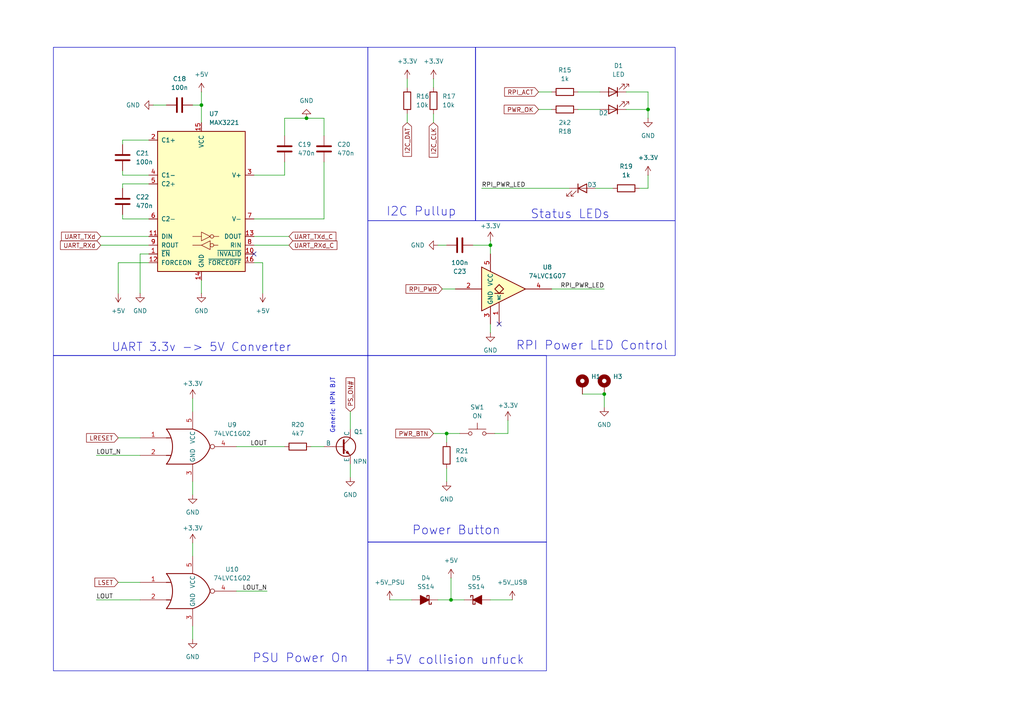
<source format=kicad_sch>
(kicad_sch (version 20231120) (generator "eeschema") (generator_version "8.0")
  (paper "A4")
  (title_block (title "JBOD RPi CM4 Control Board - Misc circuitry") (date "2024-10-05") (rev "1") (company "N3ttX"))
  (lib_symbols
    (symbol "74xGxx:74LVC1G02"
      (property "Reference" "U" (at -5.08 7.62 0))
      (property "Value" "74LVC1G02" (at 7.62 -7.62 0))
      (symbol "74LVC1G02_0_1"
        (arc (start -7.62 -5.08) (mid -5.838 0) (end -7.62 5.08) (stroke (width 0.254)))
        (arc (start 0 -5.08) (mid 3.1986 -3.2054) (end 5.08 0) (stroke (width 0.254)))
        (polyline (pts (xy -7.62 -2.54) (xy -6.35 -2.54)) (stroke (width 0.254)) (fill (type background)))
        (polyline (pts (xy -7.62 2.54) (xy -6.35 2.54)) (stroke (width 0.254)) (fill (type background)))
        (polyline (pts (xy 0 -5.08) (xy -7.62 -5.08)) (stroke (width 0.254)) (fill (type background)))
        (polyline (pts (xy 0 5.08) (xy -7.62 5.08)) (stroke (width 0.254)) (fill (type background)))
        (arc (start 5.08 0) (mid 3.2238 3.2304) (end 0 5.08) (stroke (width 0.254)))
      )
      (symbol "74LVC1G02_1_1"
        (pin input line (at -15.24 2.54 0) (length 7.62) (name "~") (number "1"))
        (pin input line (at -15.24 -2.54 0) (length 7.62) (name "~") (number "2"))
        (pin power_in line (at 0 -10.16 90) (length 5.08) (name "GND") (number "3"))
        (pin output inverted (at 12.7 0 180) (length 7.62) (name "~") (number "4"))
        (pin power_in line (at 0 10.16 270) (length 5.08) (name "VCC") (number "5"))
      )
    )
    (symbol "74xGxx:74LVC1G07"
      (property "Reference" "U" (at 0 7.62 0))
      (property "Value" "74LVC1G07" (at 3.81 -7.62 0))
      (symbol "74LVC1G07_0_1"
        (polyline (pts (xy -3.81 -1.27) (xy -1.27 -1.27)) (stroke (width 0.254)) (fill (type background)))
        (polyline (pts (xy -7.62 6.35) (xy -7.62 -6.35) (xy 5.08 0) (xy -7.62 6.35)) (stroke (width 0.254)) (fill (type background)))
        (polyline (pts (xy -2.54 1.27) (xy -3.81 0) (xy -2.54 -1.27) (xy -1.27 0) (xy -2.54 1.27)) (stroke (width 0.254)) (fill (type background)))
      )
      (symbol "74LVC1G07_1_1"
        (pin free line (at -2.54 -10.16 90) (length 6.35) (name "NC") (number "1"))
        (pin input line (at -15.24 0 0) (length 7.62) (name "~") (number "2"))
        (pin power_in line (at -5.08 -10.16 90) (length 5.08) (name "GND") (number "3"))
        (pin open_collector line (at 12.7 0 180) (length 7.62) (name "~") (number "4"))
        (pin power_in line (at -5.08 10.16 270) (length 5.08) (name "VCC") (number "5"))
      )
    )
    (symbol "Device1:R" (pin_numbers hide) (pin_names (offset 0))
      (property "Reference" "R" (at 2.032 0 90))
      (property "Value" "R" (at 0 0 90))
      (symbol "R_0_1"
        (rectangle (start -1.016 -2.54) (end 1.016 2.54) (stroke (width 0.254)))
      )
      (symbol "R_1_1"
        (pin passive line (at 0 3.81 270) (length 1.27) (name "~") (number "1"))
        (pin passive line (at 0 -3.81 90) (length 1.27) (name "~") (number "2"))
      )
    )
    (symbol "Device:C" (pin_numbers hide) (pin_names (offset 0.254))
      (property "Reference" "C" (at 0.635 2.54 0))
      (property "Value" "C" (at 0.635 -2.54 0))
      (symbol "C_0_1"
        (polyline (pts (xy -2.032 -0.762) (xy 2.032 -0.762)) (stroke (width 0.508)))
        (polyline (pts (xy -2.032 0.762) (xy 2.032 0.762)) (stroke (width 0.508)))
      )
      (symbol "C_1_1"
        (pin passive line (at 0 3.81 270) (length 2.794) (name "~") (number "1"))
        (pin passive line (at 0 -3.81 90) (length 2.794) (name "~") (number "2"))
      )
    )
    (symbol "Device:LED" (pin_numbers hide) (pin_names (offset 1.016) hide)
      (property "Reference" "D" (at 0 2.54 0))
      (property "Value" "LED" (at 0 -2.54 0))
      (symbol "LED_0_1"
        (polyline (pts (xy -1.27 -1.27) (xy -1.27 1.27)) (stroke (width 0.254)))
        (polyline (pts (xy -1.27 0) (xy 1.27 0)))
        (polyline (pts (xy 1.27 -1.27) (xy 1.27 1.27) (xy -1.27 0) (xy 1.27 -1.27)) (stroke (width 0.254)))
        (polyline (pts (xy -3.048 -0.762) (xy -4.572 -2.286) (xy -3.81 -2.286) (xy -4.572 -2.286) (xy -4.572 -1.524)))
        (polyline (pts (xy -1.778 -0.762) (xy -3.302 -2.286) (xy -2.54 -2.286) (xy -3.302 -2.286) (xy -3.302 -1.524)))
      )
      (symbol "LED_1_1"
        (pin passive line (at -3.81 0 0) (length 2.54) (name "K") (number "1"))
        (pin passive line (at 3.81 0 180) (length 2.54) (name "A") (number "2"))
      )
    )
    (symbol "Interface_UART:MAX3221" (pin_names (offset 1.016))
      (property "Reference" "U" (at -10.16 21.59 0))
      (property "Value" "MAX3221" (at 12.7 21.59 0))
      (symbol "MAX3221_0_1"
        (rectangle (start -12.7 -20.32) (end 12.7 20.32) (stroke (width 0.254)) (fill (type background)))
        (polyline (pts (xy -2.54 -12.7) (xy 0 -12.7) (xy 0 -12.7)))
        (polyline (pts (xy -2.54 -10.16) (xy 0 -10.16) (xy 0 -10.16)))
        (polyline (pts (xy 3.556 -12.7) (xy 4.826 -12.7) (xy 4.826 -12.7)))
        (polyline (pts (xy 3.556 -10.16) (xy 5.08 -10.16) (xy 5.08 -10.16)))
        (polyline (pts (xy 2.54 -11.43) (xy 2.54 -13.97) (xy 0 -12.7) (xy 2.54 -11.43) (xy 2.54 -11.43)))
        (polyline (pts (xy 0 -11.43) (xy 0 -8.89) (xy 2.54 -10.16) (xy 0 -11.43) (xy 0 -11.43) (xy 0 -11.43)))
        (circle (center 3.048 -12.7) (radius 0.508))
        (circle (center 3.048 -10.16) (radius 0.508))
      )
      (symbol "MAX3221_1_1"
        (pin input line (at -15.24 -15.24 0) (length 2.54) (name "~{EN}") (number "1"))
        (pin output line (at 15.24 -15.24 180) (length 2.54) (name "~{INVALID}") (number "10"))
        (pin input line (at -15.24 -10.16 0) (length 2.54) (name "DIN") (number "11"))
        (pin input line (at -15.24 -17.78 0) (length 2.54) (name "FORCEON") (number "12"))
        (pin output line (at 15.24 -10.16 180) (length 2.54) (name "DOUT") (number "13"))
        (pin power_in line (at 0 -22.86 90) (length 2.54) (name "GND") (number "14"))
        (pin power_in line (at 0 22.86 270) (length 2.54) (name "VCC") (number "15"))
        (pin input line (at 15.24 -17.78 180) (length 2.54) (name "~{FORCEOFF}") (number "16"))
        (pin passive line (at -15.24 17.78 0) (length 2.54) (name "C1+") (number "2"))
        (pin power_out line (at 15.24 7.62 180) (length 2.54) (name "V+") (number "3"))
        (pin passive line (at -15.24 7.62 0) (length 2.54) (name "C1-") (number "4"))
        (pin passive line (at -15.24 5.08 0) (length 2.54) (name "C2+") (number "5"))
        (pin passive line (at -15.24 -5.08 0) (length 2.54) (name "C2-") (number "6"))
        (pin power_out line (at 15.24 -5.08 180) (length 2.54) (name "V-") (number "7"))
        (pin input line (at 15.24 -12.7 180) (length 2.54) (name "RIN") (number "8"))
        (pin output line (at -15.24 -12.7 0) (length 2.54) (name "ROUT") (number "9"))
      )
    )
    (symbol "Mechanical:MountingHole_Pad" (pin_numbers hide) (pin_names (offset 1.016) hide) (exclude_from_sim yes) (in_bom no)
      (property "Reference" "H" (at 0 6.35 0))
      (property "Value" "MountingHole_Pad" (at 0 4.445 0))
      (symbol "MountingHole_Pad_0_1"
        (circle (center 0 1.27) (radius 1.27) (stroke (width 1.27)))
      )
      (symbol "MountingHole_Pad_1_1"
        (pin input line (at 0 -2.54 90) (length 2.54) (name "1") (number "1"))
      )
    )
    (symbol "PCM_Diode_Schottky_AKL:D_Schottky_Generic" (pin_numbers hide) (pin_names (offset 1.016) hide)
      (property "Reference" "D" (at 0 7.62 0))
      (property "Value" "D_Schottky_Generic" (at 0 5.08 0))
      (symbol "D_Schottky_Generic_0_1"
        (polyline (pts (xy -1.27 0) (xy 1.27 0)))
        (polyline (pts (xy -1.27 -1.27) (xy -1.27 1.27) (xy 1.27 0) (xy -1.27 -1.27)) (stroke (width 0.254)) (fill (type outline)))
        (polyline (pts (xy 1.905 -0.762) (xy 1.905 -1.27) (xy 1.27 -1.27) (xy 1.27 1.27) (xy 0.635 1.27) (xy 0.635 0.762)) (stroke (width 0.254)))
      )
      (symbol "D_Schottky_Generic_0_2"
        (polyline (pts (xy -2.54 -2.54) (xy 2.54 2.54)))
        (polyline (pts (xy 0 1.778) (xy 1.778 0)) (stroke (width 0.254)))
        (polyline (pts (xy 0 1.778) (xy -0.381 1.397) (xy 0 1.016)) (stroke (width 0.254)))
        (polyline (pts (xy 1.778 0) (xy 2.159 0.381) (xy 1.778 0.762)) (stroke (width 0.254)))
        (polyline (pts (xy -0.889 -0.889) (xy -1.778 0) (xy 0.889 0.889) (xy 0 -1.778) (xy -0.889 -0.889)) (stroke (width 0.254)) (fill (type outline)))
      )
      (symbol "D_Schottky_Generic_1_1"
        (pin passive line (at 3.81 0 180) (length 2.54) (name "K") (number "1"))
        (pin passive line (at -3.81 0 0) (length 2.54) (name "A") (number "2"))
      )
      (symbol "D_Schottky_Generic_1_2"
        (pin passive line (at 2.54 2.54 180) (length 0) (name "K") (number "1"))
        (pin passive line (at -2.54 -2.54 0) (length 0) (name "A") (number "2"))
      )
    )
    (symbol "Simulation_SPICE:NPN" (pin_numbers hide) (pin_names (offset 0))
      (property "Reference" "Q" (at -2.54 7.62 0))
      (property "Value" "NPN" (at -2.54 5.08 0))
      (symbol "NPN_0_1"
        (polyline (pts (xy -2.54 0) (xy 0.635 0)) (stroke (width 0.1524)))
        (polyline (pts (xy 0.635 0.635) (xy 2.54 2.54)))
        (polyline (pts (xy 2.794 -1.27) (xy 2.794 -1.27)) (stroke (width 0.1524)))
        (polyline (pts (xy 2.794 -1.27) (xy 2.794 -1.27)) (stroke (width 0.1524)))
        (polyline (pts (xy 0.635 -0.635) (xy 2.54 -2.54) (xy 2.54 -2.54)))
        (polyline (pts (xy 0.635 1.905) (xy 0.635 -1.905) (xy 0.635 -1.905)) (stroke (width 0.508)))
        (polyline (pts (xy 1.27 -1.778) (xy 1.778 -1.27) (xy 2.286 -2.286) (xy 1.27 -1.778) (xy 1.27 -1.778)) (fill (type outline)))
        (circle (center 1.27 0) (radius 2.8194) (stroke (width 0.254)))
      )
      (symbol "NPN_1_1"
        (pin open_collector line (at 2.54 5.08 270) (length 2.54) (name "C") (number "1"))
        (pin input line (at -5.08 0 0) (length 2.54) (name "B") (number "2"))
        (pin open_emitter line (at 2.54 -5.08 90) (length 2.54) (name "E") (number "3"))
      )
    )
    (symbol "Switch:SW_Push" (pin_numbers hide) (pin_names (offset 1.016) hide)
      (property "Reference" "SW" (at 1.27 2.54 0))
      (property "Value" "SW_Push" (at 0 -1.524 0))
      (symbol "SW_Push_0_1"
        (circle (center -2.032 0) (radius 0.508))
        (polyline (pts (xy 0 1.27) (xy 0 3.048)))
        (polyline (pts (xy 2.54 1.27) (xy -2.54 1.27)))
        (circle (center 2.032 0) (radius 0.508))
        (pin passive line (at -5.08 0 0) (length 2.54) (name "1") (number "1"))
        (pin passive line (at 5.08 0 180) (length 2.54) (name "2") (number "2"))
      )
    )
    (symbol "power:+3.3V" (power) (pin_numbers hide) (pin_names (offset 0) hide)
      (property "Value" "+3.3V" (at 0 3.556 0))
      (symbol "+3.3V_0_1"
        (polyline (pts (xy -0.762 1.27) (xy 0 2.54)))
        (polyline (pts (xy 0 0) (xy 0 2.54)))
        (polyline (pts (xy 0 2.54) (xy 0.762 1.27)))
      )
      (symbol "+3.3V_1_1"
        (pin power_in line (at 0 0 90) (length 0) (name "~") (number "1"))
      )
    )
    (symbol "power:+5V" (power) (pin_numbers hide) (pin_names (offset 0) hide)
      (property "Value" "+5V" (at 0 3.556 0))
      (symbol "+5V_0_1"
        (polyline (pts (xy -0.762 1.27) (xy 0 2.54)))
        (polyline (pts (xy 0 0) (xy 0 2.54)))
        (polyline (pts (xy 0 2.54) (xy 0.762 1.27)))
      )
      (symbol "+5V_1_1"
        (pin power_in line (at 0 0 90) (length 0) (name "~") (number "1"))
      )
    )
    (symbol "power:GND" (power) (pin_numbers hide) (pin_names (offset 0) hide)
      (property "Value" "GND" (at 0 -3.81 0))
      (symbol "GND_0_1"
        (polyline (pts (xy 0 0) (xy 0 -1.27) (xy 1.27 -1.27) (xy 0 -2.54) (xy -1.27 -1.27) (xy 0 -1.27)))
      )
      (symbol "GND_1_1"
        (pin power_in line (at 0 0 270) (length 0) (name "~") (number "1"))
      )
    )
  )
  (junction (at 175.26 114.3))
  (junction (at 129.54 125.73))
  (junction (at 58.42 30.48))
  (junction (at 88.9 34.29))
  (junction (at 130.81 173.99))
  (junction (at 142.24 71.12))
  (junction (at 187.96 31.75))
  (no_connect (at 144.78 93.98))
  (no_connect (at 73.66 73.66))
  (wire (pts (xy 147.32 125.73) (xy 147.32 121.92)))
  (wire (pts (xy 27.94 132.08) (xy 40.64 132.08)))
  (wire (pts (xy 35.56 54.61) (xy 35.56 53.34)))
  (wire (pts (xy 142.24 69.85) (xy 142.24 71.12)))
  (wire (pts (xy 34.29 76.2) (xy 43.18 76.2)))
  (wire (pts (xy 168.91 114.3) (xy 175.26 114.3)))
  (wire (pts (xy 73.66 68.58) (xy 83.82 68.58)))
  (wire (pts (xy 142.24 93.98) (xy 142.24 96.52)))
  (wire (pts (xy 68.58 171.45) (xy 77.47 171.45)))
  (wire (pts (xy 167.64 31.75) (xy 173.99 31.75)))
  (wire (pts (xy 160.02 83.82) (xy 175.26 83.82)))
  (wire (pts (xy 125.73 22.86) (xy 125.73 25.4)))
  (wire (pts (xy 58.42 81.28) (xy 58.42 85.09)))
  (wire (pts (xy 127 71.12) (xy 129.54 71.12)))
  (wire (pts (xy 35.56 63.5) (xy 35.56 62.23)))
  (wire (pts (xy 82.55 34.29) (xy 88.9 34.29)))
  (wire (pts (xy 130.81 173.99) (xy 134.62 173.99)))
  (wire (pts (xy 187.96 50.8) (xy 187.96 54.61)))
  (wire (pts (xy 127 173.99) (xy 130.81 173.99)))
  (wire (pts (xy 34.29 127) (xy 40.64 127)))
  (wire (pts (xy 143.51 125.73) (xy 147.32 125.73)))
  (wire (pts (xy 29.21 71.12) (xy 43.18 71.12)))
  (wire (pts (xy 76.2 85.09) (xy 76.2 76.2)))
  (wire (pts (xy 101.6 119.38) (xy 101.6 124.46)))
  (wire (pts (xy 172.72 54.61) (xy 177.8 54.61)))
  (wire (pts (xy 125.73 33.02) (xy 125.73 35.56)))
  (wire (pts (xy 44.45 30.48) (xy 48.26 30.48)))
  (wire (pts (xy 35.56 40.64) (xy 35.56 41.91)))
  (wire (pts (xy 29.21 68.58) (xy 43.18 68.58)))
  (wire (pts (xy 90.17 129.54) (xy 93.98 129.54)))
  (wire (pts (xy 82.55 50.8) (xy 82.55 46.99)))
  (wire (pts (xy 175.26 114.3) (xy 175.26 118.11)))
  (wire (pts (xy 73.66 63.5) (xy 93.98 63.5)))
  (wire (pts (xy 40.64 73.66) (xy 43.18 73.66)))
  (wire (pts (xy 73.66 71.12) (xy 83.82 71.12)))
  (wire (pts (xy 73.66 50.8) (xy 82.55 50.8)))
  (wire (pts (xy 93.98 63.5) (xy 93.98 46.99)))
  (wire (pts (xy 93.98 34.29) (xy 88.9 34.29)))
  (wire (pts (xy 142.24 173.99) (xy 148.59 173.99)))
  (wire (pts (xy 129.54 135.89) (xy 129.54 139.7)))
  (wire (pts (xy 82.55 39.37) (xy 82.55 34.29)))
  (wire (pts (xy 129.54 125.73) (xy 129.54 128.27)))
  (wire (pts (xy 181.61 31.75) (xy 187.96 31.75)))
  (wire (pts (xy 128.27 83.82) (xy 132.08 83.82)))
  (wire (pts (xy 156.21 31.75) (xy 160.02 31.75)))
  (wire (pts (xy 137.16 71.12) (xy 142.24 71.12)))
  (wire (pts (xy 35.56 53.34) (xy 43.18 53.34)))
  (wire (pts (xy 118.11 22.86) (xy 118.11 25.4)))
  (wire (pts (xy 156.21 26.67) (xy 160.02 26.67)))
  (wire (pts (xy 181.61 26.67) (xy 187.96 26.67)))
  (wire (pts (xy 34.29 85.09) (xy 34.29 76.2)))
  (wire (pts (xy 113.03 173.99) (xy 119.38 173.99)))
  (wire (pts (xy 58.42 30.48) (xy 58.42 35.56)))
  (wire (pts (xy 101.6 134.62) (xy 101.6 138.43)))
  (wire (pts (xy 43.18 63.5) (xy 35.56 63.5)))
  (wire (pts (xy 55.88 181.61) (xy 55.88 185.42)))
  (wire (pts (xy 130.81 167.64) (xy 130.81 173.99)))
  (wire (pts (xy 55.88 115.57) (xy 55.88 119.38)))
  (wire (pts (xy 118.11 33.02) (xy 118.11 35.56)))
  (wire (pts (xy 40.64 85.09) (xy 40.64 73.66)))
  (wire (pts (xy 187.96 31.75) (xy 187.96 26.67)))
  (wire (pts (xy 34.29 168.91) (xy 40.64 168.91)))
  (wire (pts (xy 35.56 50.8) (xy 43.18 50.8)))
  (wire (pts (xy 185.42 54.61) (xy 187.96 54.61)))
  (wire (pts (xy 35.56 49.53) (xy 35.56 50.8)))
  (wire (pts (xy 187.96 31.75) (xy 187.96 34.29)))
  (wire (pts (xy 55.88 30.48) (xy 58.42 30.48)))
  (wire (pts (xy 125.73 125.73) (xy 129.54 125.73)))
  (wire (pts (xy 139.7 54.61) (xy 165.1 54.61)))
  (wire (pts (xy 27.94 173.99) (xy 40.64 173.99)))
  (wire (pts (xy 68.58 129.54) (xy 82.55 129.54)))
  (wire (pts (xy 76.2 76.2) (xy 73.66 76.2)))
  (wire (pts (xy 55.88 139.7) (xy 55.88 143.51)))
  (wire (pts (xy 43.18 40.64) (xy 35.56 40.64)))
  (wire (pts (xy 93.98 39.37) (xy 93.98 34.29)))
  (wire (pts (xy 142.24 71.12) (xy 142.24 73.66)))
  (wire (pts (xy 55.88 157.48) (xy 55.88 161.29)))
  (wire (pts (xy 58.42 26.67) (xy 58.42 30.48)))
  (wire (pts (xy 129.54 125.73) (xy 133.35 125.73)))
  (wire (pts (xy 167.64 26.67) (xy 173.99 26.67)))
  (rectangle (start 106.68 64.008) (end 195.834 103.124))
  (rectangle (start 15.494 13.716) (end 106.68 103.124))
  (rectangle (start 106.68 157.226) (end 158.496 194.564))
  (rectangle (start 106.68 103.124) (end 158.496 157.226))
  (rectangle (start 137.922 13.716) (end 195.834 64.008))
  (rectangle (start 106.68 13.716) (end 137.922 64.008))
  (rectangle (start 15.494 103.124) (end 106.68 194.564))
  (text "PSU Power On" (at 87.122 191.008 0) (effects (font (size 2.54 2.54))))
  (text "Status LEDs" (at 165.354 62.23 0) (effects (font (size 2.54 2.54))))
  (text "Generic NPN BJT" (at 96.52 117.602 90) (effects (font (size 1.27 1.27))))
  (text "I2C Pullup" (at 122.174 61.468 0) (effects (font (size 2.54 2.54))))
  (text "UART 3.3v -> 5V Converter" (at 58.42 100.838 0) (effects (font (size 2.45 2.45))))
  (text "Power Button" (at 132.334 153.924 0) (effects (font (size 2.54 2.54))))
  (text "+5V collision unfuck" (at 131.826 191.516 0) (effects (font (size 2.54 2.54))))
  (text "RPI Power LED Control" (at 171.704 100.33 0) (effects (font (size 2.54 2.54))))
  (label "RPI_PWR_LED" (at 139.7 54.61 0))
  (label "LOUT_N" (at 77.47 171.45 180))
  (label "RPI_PWR_LED" (at 175.26 83.82 180))
  (label "LOUT" (at 77.47 129.54 180))
  (label "LOUT_N" (at 27.94 132.08 0))
  (label "LOUT" (at 27.94 173.99 0))
  (global_label "RPI_PWR" (shape input) (at 128.27 83.82 180) (property "Intersheetrefs" "${INTERSHEET_REFS}" (effects (hide yes))))
  (global_label "UART_TXd_C" (shape input) (at 83.82 68.58 0) (property "Intersheetrefs" "${INTERSHEET_REFS}" (effects (hide yes))))
  (global_label "LSET" (shape input) (at 34.29 168.91 180) (property "Intersheetrefs" "${INTERSHEET_REFS}" (effects (hide yes))))
  (global_label "UART_RXd" (shape input) (at 29.21 71.12 180) (property "Intersheetrefs" "${INTERSHEET_REFS}" (effects (hide yes))))
  (global_label "UART_RXd_C" (shape input) (at 83.82 71.12 0) (property "Intersheetrefs" "${INTERSHEET_REFS}" (effects (hide yes))))
  (global_label "I2C_CLK" (shape input) (at 125.73 35.56 270) (property "Intersheetrefs" "${INTERSHEET_REFS}" (effects (hide yes))))
  (global_label "I2C_DAT" (shape input) (at 118.11 35.56 270) (property "Intersheetrefs" "${INTERSHEET_REFS}" (effects (hide yes))))
  (global_label "LRESET" (shape input) (at 34.29 127 180) (property "Intersheetrefs" "${INTERSHEET_REFS}" (effects (hide yes))))
  (global_label "PS_ON#" (shape input) (at 101.6 119.38 90) (property "Intersheetrefs" "${INTERSHEET_REFS}" (effects (hide yes))))
  (global_label "RPI_ACT" (shape input) (at 156.21 26.67 180) (property "Intersheetrefs" "${INTERSHEET_REFS}" (effects (hide yes))))
  (global_label "PWR_BTN" (shape input) (at 125.73 125.73 180) (property "Intersheetrefs" "${INTERSHEET_REFS}" (effects (hide yes))))
  (global_label "PWR_OK" (shape input) (at 156.21 31.75 180) (property "Intersheetrefs" "${INTERSHEET_REFS}" (effects (hide yes))))
  (global_label "UART_TXd" (shape input) (at 29.21 68.58 180) (property "Intersheetrefs" "${INTERSHEET_REFS}" (effects (hide yes))))
  (symbol (lib_id "power:+5V") (at 130.81 167.64 0) (unit 1)
    (property "Reference" "#PWR065" (effects (hide yes)))
    (property "Value" "+5V" (at 130.81 162.56 0))
    (property "Description" "Power symbol creates a global label with name \"+5V\"" (effects (hide yes)))
  )
  (symbol (lib_id "power:GND") (at 101.6 138.43 0) (unit 1)
    (property "Reference" "#PWR061" (effects (hide yes)))
    (property "Value" "GND" (at 101.6 143.51 0))
    (property "Description" "Power symbol creates a global label with name \"GND\" , ground" (effects (hide yes)))
  )
  (symbol (lib_id "Device:C") (at 52.07 30.48 90) (unit 1)
    (property "Reference" "C18" (at 52.07 22.86 90))
    (property "Value" "100n" (at 52.07 25.4 90))
    (property "Footprint" "Capacitor_SMD:C_0603_1608Metric" (effects (hide yes)))
    (property "Description" "Unpolarized capacitor" (effects (hide yes)))
  )
  (symbol (lib_id "power:+5V") (at 58.42 26.67 0) (unit 1)
    (property "Reference" "#PWR047" (effects (hide yes)))
    (property "Value" "+5V" (at 58.42 21.59 0))
    (property "Description" "Power symbol creates a global label with name \"+5V\"" (effects (hide yes)))
  )
  (symbol (lib_id "Device1:R") (at 118.11 29.21 0) (unit 1)
    (property "Reference" "R16" (at 120.65 27.9399 0) (effects (justify left)))
    (property "Value" "10k" (at 120.65 30.4799 0) (effects (justify left)))
    (property "Footprint" "Resistor_SMD:R_0603_1608Metric" (effects (hide yes)))
    (property "Description" "Resistor" (effects (hide yes)))
  )
  (symbol (lib_id "power:+3.3V") (at 187.96 50.8 0) (unit 1)
    (property "Reference" "#PWR051" (effects (hide yes)))
    (property "Value" "+3.3V" (at 187.96 45.72 0))
    (property "Description" "Power symbol creates a global label with name \"+3.3V\"" (effects (hide yes)))
  )
  (symbol (lib_id "74xGxx:74LVC1G02") (at 55.88 129.54 0) (unit 1)
    (property "Reference" "U9" (at 67.31 123.2214 0))
    (property "Value" "74LVC1G02" (at 67.31 125.7614 0))
    (property "Footprint" "Package_TO_SOT_SMD:SOT-23-5" (effects (hide yes)))
    (property "Datasheet" "https://www.ti.com/lit/ds/symlink/sn74lvc1g02.pdf" (effects (hide yes)))
    (property "Description" "Single NOR Gate, Low-Voltage CMOS" (effects (hide yes)))
  )
  (symbol (lib_id "power:GND") (at 40.64 85.09 0) (unit 1)
    (property "Reference" "#PWR055" (effects (hide yes)))
    (property "Value" "GND" (at 40.64 90.17 0))
    (property "Description" "Power symbol creates a global label with name \"GND\" , ground" (effects (hide yes)))
  )
  (symbol (lib_id "Device:C") (at 35.56 58.42 180) (unit 1)
    (property "Reference" "C22" (at 39.37 57.1499 0) (effects (justify right)))
    (property "Value" "470n" (at 39.37 59.6899 0) (effects (justify right)))
    (property "Footprint" "Capacitor_SMD:C_0603_1608Metric" (effects (hide yes)))
    (property "Description" "Unpolarized capacitor" (effects (hide yes)))
  )
  (symbol (lib_id "Interface_UART:MAX3221") (at 58.42 58.42 0) (unit 1)
    (property "Reference" "U7" (at 60.6141 33.02 0) (effects (justify left)))
    (property "Value" "MAX3221" (at 60.6141 35.56 0) (effects (justify left)))
    (property "Footprint" "Package_SO:TSSOP-16_4.4x5mm_P0.65mm" (effects (hide yes)))
    (property "Datasheet" "http://www.ti.com/lit/ds/symlink/max3221.pdf" (effects (hide yes)))
    (property "Description" "RS232 transceiver with 15kV ESD protection" (effects (hide yes)))
  )
  (symbol (lib_id "Device:LED") (at 177.8 31.75 180) (unit 1)
    (property "Reference" "D2" (at 175.006 32.766 0))
    (property "Value" "LED" (effects (hide yes)))
    (property "Footprint" "LED_SMD:LED_0603_1608Metric" (effects (hide yes)))
    (property "Description" "Light emitting diode" (effects (hide yes)))
  )
  (symbol (lib_id "power:GND") (at 88.9 34.29 180) (unit 1)
    (property "Reference" "#PWR049" (effects (hide yes)))
    (property "Value" "GND" (at 88.9 29.21 0))
    (property "Description" "Power symbol creates a global label with name \"GND\" , ground" (effects (hide yes)))
  )
  (symbol (lib_id "74xGxx:74LVC1G07") (at 147.32 83.82 0) (unit 1)
    (property "Reference" "U8" (at 158.75 77.5014 0))
    (property "Value" "74LVC1G07" (at 158.75 80.0414 0))
    (property "Footprint" "Package_TO_SOT_SMD:SOT-23-5" (effects (hide yes)))
    (property "Datasheet" "https://www.ti.com/lit/ds/symlink/sn74lvc1g07.pdf" (effects (hide yes)))
    (property "Description" "Single Buffer Gate, Open Drain, Low-Voltage CMOS" (effects (hide yes)))
  )
  (symbol (lib_id "power:GND") (at 129.54 139.7 0) (unit 1)
    (property "Reference" "#PWR062" (effects (hide yes)))
    (property "Value" "GND" (at 129.54 144.78 0))
    (property "Description" "Power symbol creates a global label with name \"GND\" , ground" (effects (hide yes)))
  )
  (symbol (lib_id "Switch:SW_Push") (at 138.43 125.73 0) (unit 1)
    (property "Reference" "SW1" (at 138.43 118.11 0))
    (property "Value" "ON" (at 138.43 120.65 0))
    (property "Footprint" "Button_Switch_SMD:SW_SPST_B3U-3000P" (effects (hide yes)))
    (property "Description" "Push button switch, generic, two pins" (effects (hide yes)))
  )
  (symbol (lib_id "PCM_Diode_Schottky_AKL:D_Schottky_Generic") (at 123.19 173.99 0) (unit 1)
    (property "Reference" "D4" (at 123.5075 167.64 0))
    (property "Value" "SS14" (at 123.5075 170.18 0))
    (property "Footprint" "Diode_SMD:D_SMA" (effects (hide yes)))
    (property "Description" "Schottky diode, Generic Symbol, Alternate KiCAD Library" (effects (hide yes)))
  )
  (symbol (lib_id "power:+3.3V") (at 125.73 22.86 0) (unit 1)
    (property "Reference" "#PWR046" (effects (hide yes)))
    (property "Value" "+3.3V" (at 125.73 17.78 0))
    (property "Description" "Power symbol creates a global label with name \"+3.3V\"" (effects (hide yes)))
  )
  (symbol (lib_id "power:GND") (at 44.45 30.48 270) (unit 1)
    (property "Reference" "#PWR048" (effects (hide yes)))
    (property "Value" "GND" (at 40.64 30.4799 90) (effects (justify right)))
    (property "Description" "Power symbol creates a global label with name \"GND\" , ground" (effects (hide yes)))
  )
  (symbol (lib_id "Device1:R") (at 86.36 129.54 270) (mirror x) (unit 1)
    (property "Reference" "R20" (at 86.36 123.19 90))
    (property "Value" "4k7" (at 86.36 125.73 90))
    (property "Footprint" "Resistor_SMD:R_0603_1608Metric" (effects (hide yes)))
    (property "Description" "Resistor" (effects (hide yes)))
  )
  (symbol (lib_id "PCM_Diode_Schottky_AKL:D_Schottky_Generic") (at 138.43 173.99 180) (unit 1)
    (property "Reference" "D5" (at 138.1125 167.64 0))
    (property "Value" "SS14" (at 138.1125 170.18 0))
    (property "Footprint" "Diode_SMD:D_SMA" (effects (hide yes)))
    (property "Description" "Schottky diode, Generic Symbol, Alternate KiCAD Library" (effects (hide yes)))
  )
  (symbol (lib_id "Device1:R") (at 163.83 26.67 90) (unit 1)
    (property "Reference" "R15" (at 163.83 20.32 90))
    (property "Value" "1k" (at 163.83 22.86 90))
    (property "Footprint" "Resistor_SMD:R_0603_1608Metric" (effects (hide yes)))
    (property "Description" "Resistor" (effects (hide yes)))
  )
  (symbol (lib_id "power:+5V") (at 148.59 173.99 0) (unit 1)
    (property "Reference" "#PWR067" (effects (hide yes)))
    (property "Value" "+5V_USB" (at 148.59 168.91 0))
    (property "Description" "Power symbol creates a global label with name \"+5V\"" (effects (hide yes)))
  )
  (symbol (lib_id "Device1:R") (at 163.83 31.75 90) (mirror x) (unit 1)
    (property "Reference" "R18" (at 163.83 38.1 90))
    (property "Value" "2k2" (at 163.83 35.56 90))
    (property "Footprint" "Resistor_SMD:R_0603_1608Metric" (effects (hide yes)))
    (property "Description" "Resistor" (effects (hide yes)))
  )
  (symbol (lib_id "Device:LED") (at 177.8 26.67 180) (unit 1)
    (property "Reference" "D1" (at 179.3875 19.05 0))
    (property "Value" "LED" (at 179.3875 21.59 0))
    (property "Footprint" "LED_SMD:LED_0603_1608Metric" (effects (hide yes)))
    (property "Description" "Light emitting diode" (effects (hide yes)))
  )
  (symbol (lib_id "power:GND") (at 55.88 185.42 0) (unit 1)
    (property "Reference" "#PWR068" (effects (hide yes)))
    (property "Value" "GND" (at 55.88 190.5 0))
    (property "Description" "Power symbol creates a global label with name \"GND\" , ground" (effects (hide yes)))
  )
  (symbol (lib_id "Device:C") (at 93.98 43.18 180) (unit 1)
    (property "Reference" "C20" (at 97.79 41.9099 0) (effects (justify right)))
    (property "Value" "470n" (at 97.79 44.4499 0) (effects (justify right)))
    (property "Footprint" "Capacitor_SMD:C_0603_1608Metric" (effects (hide yes)))
    (property "Description" "Unpolarized capacitor" (effects (hide yes)))
  )
  (symbol (lib_id "power:+5V") (at 76.2 85.09 180) (unit 1)
    (property "Reference" "#PWR057" (effects (hide yes)))
    (property "Value" "+5V" (at 76.2 90.17 0))
    (property "Description" "Power symbol creates a global label with name \"+5V\"" (effects (hide yes)))
  )
  (symbol (lib_id "power:+3.3V") (at 55.88 115.57 0) (unit 1)
    (property "Reference" "#PWR059" (effects (hide yes)))
    (property "Value" "+3.3V" (at 55.88 111.252 0))
    (property "Description" "Power symbol creates a global label with name \"+3.3V\"" (effects (hide yes)))
  )
  (symbol (lib_id "power:GND") (at 187.96 34.29 0) (unit 1)
    (property "Reference" "#PWR050" (effects (hide yes)))
    (property "Value" "GND" (at 187.96 39.37 0))
    (property "Description" "Power symbol creates a global label with name \"GND\" , ground" (effects (hide yes)))
  )
  (symbol (lib_id "power:+3.3V") (at 118.11 22.86 0) (unit 1)
    (property "Reference" "#PWR045" (effects (hide yes)))
    (property "Value" "+3.3V" (at 118.11 17.78 0))
    (property "Description" "Power symbol creates a global label with name \"+3.3V\"" (effects (hide yes)))
  )
  (symbol (lib_id "74xGxx:74LVC1G02") (at 55.88 171.45 0) (unit 1)
    (property "Reference" "U10" (at 67.31 165.1314 0))
    (property "Value" "74LVC1G02" (at 67.31 167.6714 0))
    (property "Footprint" "Package_TO_SOT_SMD:SOT-23-5" (effects (hide yes)))
    (property "Datasheet" "https://www.ti.com/lit/ds/symlink/sn74lvc1g02.pdf" (effects (hide yes)))
    (property "Description" "Single NOR Gate, Low-Voltage CMOS" (effects (hide yes)))
  )
  (symbol (lib_id "Device1:R") (at 129.54 132.08 0) (unit 1)
    (property "Reference" "R21" (at 132.08 130.8099 0) (effects (justify left)))
    (property "Value" "10k" (at 132.08 133.3499 0) (effects (justify left)))
    (property "Footprint" "Resistor_SMD:R_0603_1608Metric" (effects (hide yes)))
    (property "Description" "Resistor" (effects (hide yes)))
  )
  (symbol (lib_id "Device1:R") (at 125.73 29.21 0) (unit 1)
    (property "Reference" "R17" (at 128.27 27.9399 0) (effects (justify left)))
    (property "Value" "10k" (at 128.27 30.4799 0) (effects (justify left)))
    (property "Footprint" "Resistor_SMD:R_0603_1608Metric" (effects (hide yes)))
    (property "Description" "Resistor" (effects (hide yes)))
  )
  (symbol (lib_id "Device:LED") (at 168.91 54.61 0) (unit 1)
    (property "Reference" "D3" (at 171.704 53.594 0))
    (property "Value" "LED" (effects (hide yes)))
    (property "Footprint" "LED_SMD:LED_0603_1608Metric" (effects (hide yes)))
    (property "Description" "Light emitting diode" (effects (hide yes)))
  )
  (symbol (lib_id "Device:C") (at 35.56 45.72 180) (unit 1)
    (property "Reference" "C21" (at 39.37 44.4499 0) (effects (justify right)))
    (property "Value" "100n" (at 39.37 46.9899 0) (effects (justify right)))
    (property "Footprint" "Capacitor_SMD:C_0603_1608Metric" (effects (hide yes)))
    (property "Description" "Unpolarized capacitor" (effects (hide yes)))
  )
  (symbol (lib_id "Device1:R") (at 181.61 54.61 270) (mirror x) (unit 1)
    (property "Reference" "R19" (at 181.61 48.26 90))
    (property "Value" "1k" (at 181.61 50.8 90))
    (property "Footprint" "Resistor_SMD:R_0603_1608Metric" (effects (hide yes)))
    (property "Description" "Resistor" (effects (hide yes)))
  )
  (symbol (lib_id "Device:C") (at 82.55 43.18 180) (unit 1)
    (property "Reference" "C19" (at 86.36 41.9099 0) (effects (justify right)))
    (property "Value" "470n" (at 86.36 44.4499 0) (effects (justify right)))
    (property "Footprint" "Capacitor_SMD:C_0603_1608Metric" (effects (hide yes)))
    (property "Description" "Unpolarized capacitor" (effects (hide yes)))
  )
  (symbol (lib_id "power:+3.3V") (at 147.32 121.92 0) (unit 1)
    (property "Reference" "#PWR060" (effects (hide yes)))
    (property "Value" "+3.3V" (at 147.32 117.602 0))
    (property "Description" "Power symbol creates a global label with name \"+3.3V\"" (effects (hide yes)))
  )
  (symbol (lib_id "power:+3.3V") (at 142.24 69.85 0) (unit 1)
    (property "Reference" "#PWR052" (effects (hide yes)))
    (property "Value" "+3.3V" (at 142.24 65.532 0))
    (property "Description" "Power symbol creates a global label with name \"+3.3V\"" (effects (hide yes)))
  )
  (symbol (lib_id "power:+3.3V") (at 55.88 157.48 0) (unit 1)
    (property "Reference" "#PWR064" (effects (hide yes)))
    (property "Value" "+3.3V" (at 55.88 153.162 0))
    (property "Description" "Power symbol creates a global label with name \"+3.3V\"" (effects (hide yes)))
  )
  (symbol (lib_id "Mechanical:MountingHole_Pad") (at 175.26 111.76 0) (unit 1) (exclude_from_sim yes) (in_bom no)
    (property "Reference" "H3" (at 177.8 109.2199 0) (effects (justify left)))
    (property "Value" "MountingHole_Pad" (effects (hide yes)))
    (property "Footprint" "MountingHole:MountingHole_4mm_Pad_TopBottom" (effects (hide yes)))
    (property "Description" "Mounting Hole with connection" (effects (hide yes)))
  )
  (symbol (lib_id "Device:C") (at 133.35 71.12 90) (mirror x) (unit 1)
    (property "Reference" "C23" (at 133.35 78.74 90))
    (property "Value" "100n" (at 133.35 76.2 90))
    (property "Footprint" "Capacitor_SMD:C_0603_1608Metric" (effects (hide yes)))
    (property "Description" "Unpolarized capacitor" (effects (hide yes)))
  )
  (symbol (lib_id "power:GND") (at 58.42 85.09 0) (unit 1)
    (property "Reference" "#PWR056" (effects (hide yes)))
    (property "Value" "GND" (at 58.42 90.17 0))
    (property "Description" "Power symbol creates a global label with name \"GND\" , ground" (effects (hide yes)))
  )
  (symbol (lib_id "power:GND") (at 127 71.12 270) (unit 1)
    (property "Reference" "#PWR053" (effects (hide yes)))
    (property "Value" "GND" (at 123.19 71.1199 90) (effects (justify right)))
    (property "Description" "Power symbol creates a global label with name \"GND\" , ground" (effects (hide yes)))
  )
  (symbol (lib_id "Simulation_SPICE:NPN") (at 99.06 129.54 0) (unit 1)
    (property "Reference" "Q1" (at 102.616 125.222 0) (effects (justify left)))
    (property "Value" "NPN" (at 102.362 133.858 0) (effects (justify left)))
    (property "Footprint" "Package_TO_SOT_SMD:SOT-23" (effects (hide yes)))
    (property "Datasheet" "https://ngspice.sourceforge.io/docs/ngspice-html-manual/manual.xhtml#cha_BJTs" (effects (hide yes)))
    (property "Description" "Bipolar transistor symbol for simulation only, substrate tied to the emitter" (effects (hide yes)))
    (property "Sim.Device" "NPN" (effects (hide yes)))
    (property "Sim.Type" "GUMMELPOON" (effects (hide yes)))
    (property "Sim.Pins" "1=C 2=B 3=E" (effects (hide yes)))
  )
  (symbol (lib_id "power:GND") (at 142.24 96.52 0) (unit 1)
    (property "Reference" "#PWR058" (effects (hide yes)))
    (property "Value" "GND" (at 142.24 101.6 0))
    (property "Description" "Power symbol creates a global label with name \"GND\" , ground" (effects (hide yes)))
  )
  (symbol (lib_id "power:+5V") (at 113.03 173.99 0) (unit 1)
    (property "Reference" "#PWR066" (effects (hide yes)))
    (property "Value" "+5V_PSU" (at 113.03 168.91 0))
    (property "Description" "Power symbol creates a global label with name \"+5V\"" (effects (hide yes)))
  )
  (symbol (lib_id "power:GND") (at 55.88 143.51 0) (unit 1)
    (property "Reference" "#PWR063" (effects (hide yes)))
    (property "Value" "GND" (at 55.88 148.59 0))
    (property "Description" "Power symbol creates a global label with name \"GND\" , ground" (effects (hide yes)))
  )
  (symbol (lib_id "power:+5V") (at 34.29 85.09 180) (unit 1)
    (property "Reference" "#PWR054" (effects (hide yes)))
    (property "Value" "+5V" (at 34.29 90.17 0))
    (property "Description" "Power symbol creates a global label with name \"+5V\"" (effects (hide yes)))
  )
  (symbol (lib_id "power:GND") (at 175.26 118.11 0) (unit 1)
    (property "Reference" "#PWR071" (effects (hide yes)))
    (property "Value" "GND" (at 175.26 123.19 0))
    (property "Description" "Power symbol creates a global label with name \"GND\" , ground" (effects (hide yes)))
  )
  (symbol (lib_id "Mechanical:MountingHole_Pad") (at 168.91 111.76 0) (unit 1) (exclude_from_sim yes) (in_bom no)
    (property "Reference" "H1" (at 171.45 109.2199 0) (effects (justify left)))
    (property "Value" "MountingHole_Pad" (effects (hide yes)))
    (property "Footprint" "MountingHole:MountingHole_4mm_Pad_TopBottom" (effects (hide yes)))
    (property "Description" "Mounting Hole with connection" (effects (hide yes)))
  )
)
</source>
